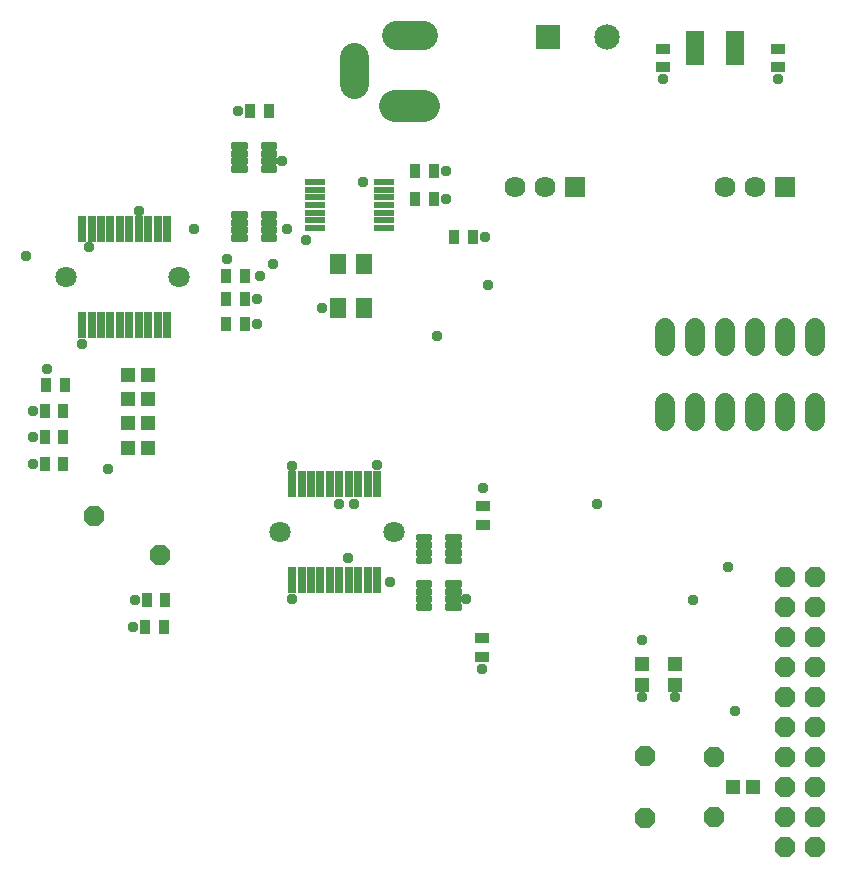
<source format=gbr>
G04 EAGLE Gerber RS-274X export*
G75*
%MOMM*%
%FSLAX34Y34*%
%LPD*%
%INSoldermask Top*%
%IPPOS*%
%AMOC8*
5,1,8,0,0,1.08239X$1,22.5*%
G01*
%ADD10R,0.965200X1.168400*%
%ADD11C,1.727200*%
%ADD12P,1.869504X8X112.500000*%
%ADD13R,1.303200X1.203200*%
%ADD14R,1.203200X1.303200*%
%ADD15R,1.676400X0.558800*%
%ADD16R,1.453200X1.803200*%
%ADD17R,0.703200X2.203200*%
%ADD18C,1.803200*%
%ADD19C,0.444078*%
%ADD20C,1.793200*%
%ADD21R,1.793200X1.793200*%
%ADD22P,1.869504X8X22.500000*%
%ADD23R,1.168400X0.965200*%
%ADD24R,1.603200X3.003200*%
%ADD25R,2.153200X2.153200*%
%ADD26C,2.153200*%
%ADD27C,2.703200*%
%ADD28C,2.453200*%
%ADD29C,0.959600*%


D10*
X373126Y610870D03*
X388874Y610870D03*
X388874Y586740D03*
X373126Y586740D03*
D11*
X584200Y477520D02*
X584200Y462280D01*
X609600Y462280D02*
X609600Y477520D01*
X635000Y477520D02*
X635000Y462280D01*
X660400Y462280D02*
X660400Y477520D01*
X685800Y477520D02*
X685800Y462280D01*
X711200Y462280D02*
X711200Y477520D01*
X584200Y414020D02*
X584200Y398780D01*
X609600Y398780D02*
X609600Y414020D01*
X635000Y414020D02*
X635000Y398780D01*
X660400Y398780D02*
X660400Y414020D01*
X685800Y414020D02*
X685800Y398780D01*
X711200Y398780D02*
X711200Y414020D01*
D12*
X711200Y38100D03*
X685800Y38100D03*
X711200Y63500D03*
X685800Y63500D03*
X711200Y88900D03*
X685800Y88900D03*
X711200Y114300D03*
X685800Y114300D03*
X711200Y139700D03*
X685800Y139700D03*
X711200Y165100D03*
X685800Y165100D03*
X711200Y190500D03*
X685800Y190500D03*
X711200Y215900D03*
X685800Y215900D03*
X711200Y241300D03*
X685800Y241300D03*
X711200Y266700D03*
X685800Y266700D03*
D13*
X658740Y88900D03*
X641740Y88900D03*
D14*
X593090Y192650D03*
X593090Y175650D03*
X565150Y192650D03*
X565150Y175650D03*
D15*
X288290Y601218D03*
X288290Y594614D03*
X288290Y588264D03*
X288290Y581660D03*
X288290Y575056D03*
X288290Y568706D03*
X288290Y562102D03*
X346710Y562102D03*
X346710Y568706D03*
X346710Y575056D03*
X346710Y581660D03*
X346710Y588264D03*
X346710Y594614D03*
X346710Y601218D03*
D16*
X329770Y494580D03*
X329770Y531580D03*
X307770Y531580D03*
X307770Y494580D03*
D17*
X340800Y345800D03*
X332800Y345800D03*
X324800Y345800D03*
X316800Y345800D03*
X308800Y345800D03*
X300800Y345800D03*
X292800Y345800D03*
X284800Y345800D03*
X276800Y345800D03*
X268800Y345800D03*
X268800Y263800D03*
X276800Y263800D03*
X284800Y263800D03*
X292800Y263800D03*
X300800Y263800D03*
X308800Y263800D03*
X316800Y263800D03*
X324800Y263800D03*
X332800Y263800D03*
X340800Y263800D03*
D18*
X354800Y304800D03*
X258800Y304800D03*
D17*
X91000Y479700D03*
X99000Y479700D03*
X107000Y479700D03*
X115000Y479700D03*
X123000Y479700D03*
X131000Y479700D03*
X139000Y479700D03*
X147000Y479700D03*
X155000Y479700D03*
X163000Y479700D03*
X163000Y561700D03*
X155000Y561700D03*
X147000Y561700D03*
X139000Y561700D03*
X131000Y561700D03*
X123000Y561700D03*
X115000Y561700D03*
X107000Y561700D03*
X99000Y561700D03*
X91000Y561700D03*
D18*
X77000Y520700D03*
X173000Y520700D03*
D19*
X243924Y613746D02*
X253616Y613746D01*
X253616Y611354D01*
X243924Y611354D01*
X243924Y613746D01*
X243924Y620246D02*
X253616Y620246D01*
X253616Y617854D01*
X243924Y617854D01*
X243924Y620246D01*
X243924Y626746D02*
X253616Y626746D01*
X253616Y624354D01*
X243924Y624354D01*
X243924Y626746D01*
X243924Y633246D02*
X253616Y633246D01*
X253616Y630854D01*
X243924Y630854D01*
X243924Y633246D01*
X228516Y630854D02*
X218824Y630854D01*
X218824Y633246D01*
X228516Y633246D01*
X228516Y630854D01*
X228516Y624354D02*
X218824Y624354D01*
X218824Y626746D01*
X228516Y626746D01*
X228516Y624354D01*
X228516Y617854D02*
X218824Y617854D01*
X218824Y620246D01*
X228516Y620246D01*
X228516Y617854D01*
X228516Y611354D02*
X218824Y611354D01*
X218824Y613746D01*
X228516Y613746D01*
X228516Y611354D01*
X400134Y282276D02*
X409826Y282276D01*
X409826Y279884D01*
X400134Y279884D01*
X400134Y282276D01*
X400134Y288776D02*
X409826Y288776D01*
X409826Y286384D01*
X400134Y286384D01*
X400134Y288776D01*
X400134Y295276D02*
X409826Y295276D01*
X409826Y292884D01*
X400134Y292884D01*
X400134Y295276D01*
X400134Y301776D02*
X409826Y301776D01*
X409826Y299384D01*
X400134Y299384D01*
X400134Y301776D01*
X384726Y299384D02*
X375034Y299384D01*
X375034Y301776D01*
X384726Y301776D01*
X384726Y299384D01*
X384726Y292884D02*
X375034Y292884D01*
X375034Y295276D01*
X384726Y295276D01*
X384726Y292884D01*
X384726Y286384D02*
X375034Y286384D01*
X375034Y288776D01*
X384726Y288776D01*
X384726Y286384D01*
X384726Y279884D02*
X375034Y279884D01*
X375034Y282276D01*
X384726Y282276D01*
X384726Y279884D01*
X253616Y555326D02*
X243924Y555326D01*
X253616Y555326D02*
X253616Y552934D01*
X243924Y552934D01*
X243924Y555326D01*
X243924Y561826D02*
X253616Y561826D01*
X253616Y559434D01*
X243924Y559434D01*
X243924Y561826D01*
X243924Y568326D02*
X253616Y568326D01*
X253616Y565934D01*
X243924Y565934D01*
X243924Y568326D01*
X243924Y574826D02*
X253616Y574826D01*
X253616Y572434D01*
X243924Y572434D01*
X243924Y574826D01*
X228516Y572434D02*
X218824Y572434D01*
X218824Y574826D01*
X228516Y574826D01*
X228516Y572434D01*
X228516Y565934D02*
X218824Y565934D01*
X218824Y568326D01*
X228516Y568326D01*
X228516Y565934D01*
X228516Y559434D02*
X218824Y559434D01*
X218824Y561826D01*
X228516Y561826D01*
X228516Y559434D01*
X228516Y552934D02*
X218824Y552934D01*
X218824Y555326D01*
X228516Y555326D01*
X228516Y552934D01*
X400134Y242906D02*
X409826Y242906D01*
X409826Y240514D01*
X400134Y240514D01*
X400134Y242906D01*
X400134Y249406D02*
X409826Y249406D01*
X409826Y247014D01*
X400134Y247014D01*
X400134Y249406D01*
X400134Y255906D02*
X409826Y255906D01*
X409826Y253514D01*
X400134Y253514D01*
X400134Y255906D01*
X400134Y262406D02*
X409826Y262406D01*
X409826Y260014D01*
X400134Y260014D01*
X400134Y262406D01*
X384726Y260014D02*
X375034Y260014D01*
X375034Y262406D01*
X384726Y262406D01*
X384726Y260014D01*
X384726Y253514D02*
X375034Y253514D01*
X375034Y255906D01*
X384726Y255906D01*
X384726Y253514D01*
X384726Y247014D02*
X375034Y247014D01*
X375034Y249406D01*
X384726Y249406D01*
X384726Y247014D01*
X384726Y240514D02*
X375034Y240514D01*
X375034Y242906D01*
X384726Y242906D01*
X384726Y240514D01*
D20*
X635000Y596900D03*
D21*
X685800Y596900D03*
D20*
X660400Y596900D03*
X457200Y596900D03*
D21*
X508000Y596900D03*
D20*
X482600Y596900D03*
D22*
X625602Y114554D03*
X625602Y63246D03*
X567182Y114808D03*
D13*
X129930Y417576D03*
X146930Y417576D03*
X129930Y396748D03*
X146930Y396748D03*
X129930Y375920D03*
X146930Y375920D03*
X129930Y437642D03*
X146930Y437642D03*
D22*
X101092Y318516D03*
X156972Y284988D03*
X567182Y62992D03*
D10*
X421894Y554228D03*
X406146Y554228D03*
D23*
X583184Y713994D03*
X583184Y698246D03*
X680466Y713994D03*
X680466Y698246D03*
X430022Y310896D03*
X430022Y326644D03*
X429260Y214884D03*
X429260Y199136D03*
D10*
X228854Y521208D03*
X213106Y521208D03*
X249174Y661416D03*
X233426Y661416D03*
X75184Y362204D03*
X59436Y362204D03*
X75184Y385572D03*
X59436Y385572D03*
X161544Y247650D03*
X145796Y247650D03*
X160274Y224028D03*
X144526Y224028D03*
X75184Y407416D03*
X59436Y407416D03*
X76454Y429514D03*
X60706Y429514D03*
X213106Y502412D03*
X228854Y502412D03*
X213106Y481330D03*
X228854Y481330D03*
D24*
X609872Y714248D03*
X643872Y714248D03*
D25*
X485540Y723900D03*
D26*
X535540Y723900D03*
D27*
X380800Y665480D02*
X355800Y665480D01*
D28*
X357050Y725480D02*
X379550Y725480D01*
X321300Y706730D02*
X321300Y684230D01*
D29*
X43346Y538480D03*
X113030Y358140D03*
X241808Y521208D03*
X252730Y532130D03*
X593090Y164844D03*
X565150Y164844D03*
X294464Y494580D03*
X328450Y601218D03*
X96520Y546100D03*
X280670Y552450D03*
X416336Y248210D03*
X268800Y248494D03*
X268800Y361106D03*
X260126Y619050D03*
X680466Y688114D03*
X91000Y464394D03*
X139000Y577006D03*
X238986Y502412D03*
X399006Y586740D03*
X583184Y688114D03*
X223294Y661416D03*
X49304Y362204D03*
X49304Y385572D03*
X135664Y247650D03*
X134394Y224028D03*
X49304Y407416D03*
X432026Y554228D03*
X238986Y481330D03*
X430022Y341856D03*
X399006Y610870D03*
X429260Y189004D03*
X264160Y561340D03*
X185420Y561340D03*
X340360Y361950D03*
X351790Y262890D03*
X316230Y283210D03*
X60960Y443230D03*
X213360Y535940D03*
X637540Y275590D03*
X608330Y247650D03*
X321310Y328930D03*
X527050Y328930D03*
X643890Y153670D03*
X434340Y514350D03*
X391160Y471170D03*
X565150Y213360D03*
X308610Y328930D03*
M02*

</source>
